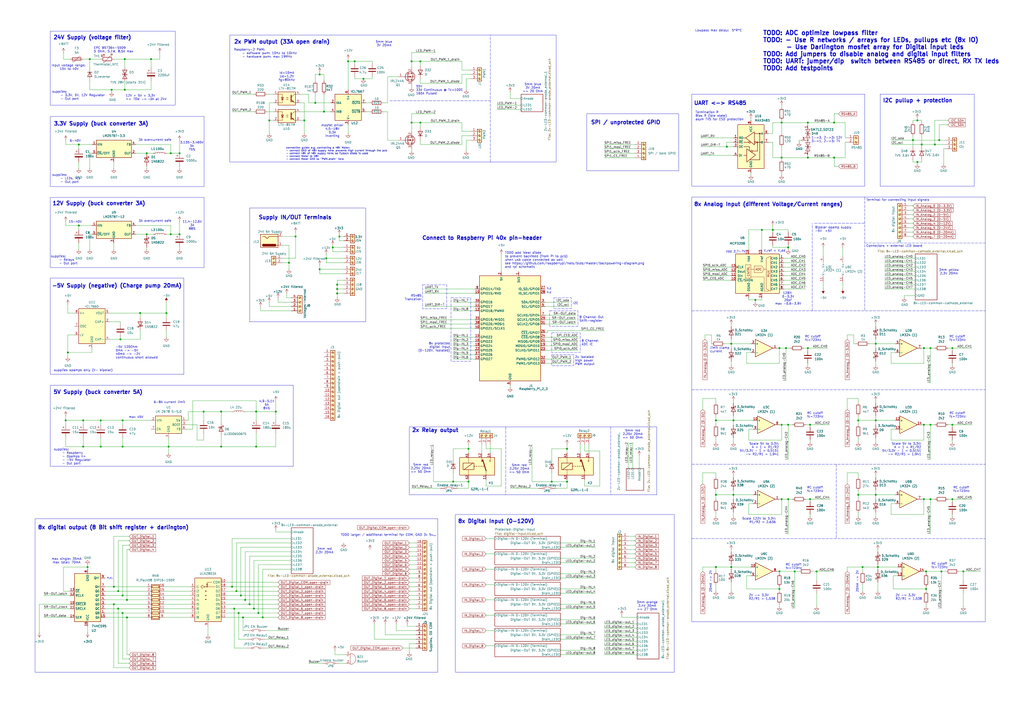
<source format=kicad_sch>
(kicad_sch
	(version 20231120)
	(generator "eeschema")
	(generator_version "8.0")
	(uuid "af4d11a6-73e1-4c39-a25e-5fe7dfa07237")
	(paper "A2")
	
	(junction
		(at 139.7 345.44)
		(diameter 0)
		(color 0 0 0 0)
		(uuid "01a8e618-7e14-4882-9136-a12536116a47")
	)
	(junction
		(at 48.26 259.08)
		(diameter 0)
		(color 0 0 0 0)
		(uuid "04e54955-95ed-4070-adbb-7cee1b2c7a8b")
	)
	(junction
		(at 135.89 353.06)
		(diameter 0)
		(color 0 0 0 0)
		(uuid "05eca1c0-0042-44d8-82a8-b1f48175c33d")
	)
	(junction
		(at 483.87 91.44)
		(diameter 0)
		(color 0 0 0 0)
		(uuid "06f335d7-63de-4572-a20a-022b6c7f93c9")
	)
	(junction
		(at 542.29 83.82)
		(diameter 0)
		(color 0 0 0 0)
		(uuid "072c8fc6-89d0-4715-8ea4-dd9134761f17")
	)
	(junction
		(at 529.59 81.28)
		(diameter 0)
		(color 0 0 0 0)
		(uuid "07823899-5798-4592-8eff-8b1fe5858f30")
	)
	(junction
		(at 210.82 45.72)
		(diameter 0)
		(color 0 0 0 0)
		(uuid "0c7b1ae2-c684-4906-92c2-8dfa0b9613b9")
	)
	(junction
		(at 182.88 59.69)
		(diameter 0)
		(color 0 0 0 0)
		(uuid "0eedc99b-ff42-4961-8286-6066dee5c8fe")
	)
	(junction
		(at 455.93 201.93)
		(diameter 0)
		(color 0 0 0 0)
		(uuid "0fefb793-9883-40a2-bd83-f35b47e8dbdb")
	)
	(junction
		(at 66.04 340.36)
		(diameter 0)
		(color 0 0 0 0)
		(uuid "10026633-9ac7-4b72-aa53-10151f42da81")
	)
	(junction
		(at 71.12 243.84)
		(diameter 0)
		(color 0 0 0 0)
		(uuid "105d8991-ac05-4276-b194-5060bc474cf0")
	)
	(junction
		(at 424.18 328.93)
		(diameter 0)
		(color 0 0 0 0)
		(uuid "11161079-c1a9-4ebe-8de9-fa873f6e9640")
	)
	(junction
		(at 176.53 69.85)
		(diameter 0)
		(color 0 0 0 0)
		(uuid "11580b8b-6675-41d3-b33d-e1ed958eda93")
	)
	(junction
		(at 152.4 358.14)
		(diameter 0)
		(color 0 0 0 0)
		(uuid "119c3b35-4b9f-4318-9220-02559deba15e")
	)
	(junction
		(at 185.42 43.18)
		(diameter 0)
		(color 0 0 0 0)
		(uuid "14ee932b-b4bf-415b-ab21-01e0b930417b")
	)
	(junction
		(at 39.37 204.47)
		(diameter 0)
		(color 0 0 0 0)
		(uuid "16107448-b037-4021-a9bb-1fb19d6f36c7")
	)
	(junction
		(at 468.63 71.12)
		(diameter 0)
		(color 0 0 0 0)
		(uuid "1827b75e-5515-4844-a399-117e6918fd73")
	)
	(junction
		(at 532.13 93.98)
		(diameter 0)
		(color 0 0 0 0)
		(uuid "1c476741-4a7f-44e7-a84a-5b0fc50d1df8")
	)
	(junction
		(at 72.39 52.07)
		(diameter 0)
		(color 0 0 0 0)
		(uuid "1ca1e8b3-a925-433d-8b97-4bcdb1b98a40")
	)
	(junction
		(at 457.2 246.38)
		(diameter 0)
		(color 0 0 0 0)
		(uuid "209182a8-b4b9-40cd-b5b2-bd90b860e927")
	)
	(junction
		(at 461.01 331.47)
		(diameter 0)
		(color 0 0 0 0)
		(uuid "2108f88e-bd30-4e37-bd43-f81a6b0a951c")
	)
	(junction
		(at 271.78 260.35)
		(diameter 0)
		(color 0 0 0 0)
		(uuid "213f96fc-26d9-4cf1-83bd-f4336ef00b81")
	)
	(junction
		(at 320.04 279.4)
		(diameter 0)
		(color 0 0 0 0)
		(uuid "236f3f4e-76e9-4351-baf1-7665cdb427aa")
	)
	(junction
		(at 144.78 350.52)
		(diameter 0)
		(color 0 0 0 0)
		(uuid "24719f92-8210-4aa7-b4fb-885fcf560860")
	)
	(junction
		(at 128.27 238.76)
		(diameter 0)
		(color 0 0 0 0)
		(uuid "28045595-b22a-4b06-9953-9f52298bbfc3")
	)
	(junction
		(at 425.45 287.02)
		(diameter 0)
		(color 0 0 0 0)
		(uuid "28934ae1-6d54-433a-8602-d8951919fe72")
	)
	(junction
		(at 238.76 35.56)
		(diameter 0)
		(color 0 0 0 0)
		(uuid "2a544a35-89e9-4403-a76e-deca404b0df4")
	)
	(junction
		(at 453.39 71.12)
		(diameter 0)
		(color 0 0 0 0)
		(uuid "2d47b40e-d23f-458b-8bda-f40f4a63d16c")
	)
	(junction
		(at 415.29 287.02)
		(diameter 0)
		(color 0 0 0 0)
		(uuid "2f3e2706-66a2-4ddc-84d7-d0f87e408bee")
	)
	(junction
		(at 52.07 34.29)
		(diameter 0)
		(color 0 0 0 0)
		(uuid "323916cf-5786-4346-bdcd-89c81cb32737")
	)
	(junction
		(at 171.45 137.16)
		(diameter 0)
		(color 0 0 0 0)
		(uuid "36c7ffc8-59d3-497b-8dce-a7b0d2f66aca")
	)
	(junction
		(at 185.42 156.21)
		(diameter 0)
		(color 0 0 0 0)
		(uuid "36d68065-ce7c-4d04-bfc0-73baed985380")
	)
	(junction
		(at 48.26 243.84)
		(diameter 0)
		(color 0 0 0 0)
		(uuid "383ef42e-22d7-43b3-89d3-2af42737728c")
	)
	(junction
		(at 535.94 246.38)
		(diameter 0)
		(color 0 0 0 0)
		(uuid "3ae78f7f-94a6-4485-a6b5-d7ce73e1abef")
	)
	(junction
		(at 50.8 328.93)
		(diameter 0)
		(color 0 0 0 0)
		(uuid "3c754c5e-b249-46c4-9d05-9f550316aca5")
	)
	(junction
		(at 415.29 328.93)
		(diameter 0)
		(color 0 0 0 0)
		(uuid "3e62f561-0d72-4e6a-934a-49655edcba7a")
	)
	(junction
		(at 196.85 137.16)
		(diameter 0)
		(color 0 0 0 0)
		(uuid "4165b357-897a-49f2-9ef7-d976d8e6b00f")
	)
	(junction
		(at 58.42 243.84)
		(diameter 0)
		(color 0 0 0 0)
		(uuid "422bc740-9691-4697-b466-286d91cb40aa")
	)
	(junction
		(at 448.31 133.35)
		(diameter 0)
		(color 0 0 0 0)
		(uuid "42f8f2a2-d4f1-4f85-a7f3-af76fd15f334")
	)
	(junction
		(at 81.28 181.61)
		(diameter 0)
		(color 0 0 0 0)
		(uuid "49b65474-3c4a-461b-8a68-40a6b20540ce")
	)
	(junction
		(at 535.94 201.93)
		(diameter 0)
		(color 0 0 0 0)
		(uuid "4c28afa4-cb18-4457-bfd3-5c53dabd8baa")
	)
	(junction
		(at 66.04 350.52)
		(diameter 0)
		(color 0 0 0 0)
		(uuid "4dd49bce-72c0-4885-aaa1-4fc2ceee5ed9")
	)
	(junction
		(at 438.15 173.99)
		(diameter 0)
		(color 0 0 0 0)
		(uuid "4e57230f-aabe-47d0-b863-f2adc3d1ffe4")
	)
	(junction
		(at 537.21 331.47)
		(diameter 0)
		(color 0 0 0 0)
		(uuid "51a2075d-152f-4706-892e-e33346bc5c7c")
	)
	(junction
		(at 469.9 289.56)
		(diameter 0)
		(color 0 0 0 0)
		(uuid "5350fbf4-d95b-437a-9686-20f0bf58d3a4")
	)
	(junction
		(at 534.67 83.82)
		(diameter 0)
		(color 0 0 0 0)
		(uuid "53d66afe-70cb-456e-9b1b-03e37a30427c")
	)
	(junction
		(at 535.94 289.56)
		(diameter 0)
		(color 0 0 0 0)
		(uuid "5453c15f-3da7-498f-b4d4-eefd4a32800e")
	)
	(junction
		(at 71.12 259.08)
		(diameter 0)
		(color 0 0 0 0)
		(uuid "548e2dfb-04f2-4d21-ab49-d803782e4bea")
	)
	(junction
		(at 497.84 243.84)
		(diameter 0)
		(color 0 0 0 0)
		(uuid "57a339c8-b411-45ff-a169-a3416d23d890")
	)
	(junction
		(at 328.93 279.4)
		(diameter 0)
		(color 0 0 0 0)
		(uuid "58641e9a-dfea-4a17-a599-d3f20704b922")
	)
	(junction
		(at 104.14 135.89)
		(diameter 0)
		(color 0 0 0 0)
		(uuid "5b0eb3d4-c4be-4d9b-9e7b-ef02c7a05fa6")
	)
	(junction
		(at 552.45 246.38)
		(diameter 0)
		(color 0 0 0 0)
		(uuid "5fd46808-879e-44b8-af18-96d3e87ab16f")
	)
	(junction
		(at 104.14 88.9)
		(diameter 0)
		(color 0 0 0 0)
		(uuid "6030d6cb-547f-4627-bb7a-29b5d50e2d7c")
	)
	(junction
		(at 532.13 69.85)
		(diameter 0)
		(color 0 0 0 0)
		(uuid "60649139-4bdd-472e-9af5-360b27505cfe")
	)
	(junction
		(at 45.72 83.82)
		(diameter 0)
		(color 0 0 0 0)
		(uuid "61300700-7a6f-4cf0-89e3-de24251aaf76")
	)
	(junction
		(at 500.38 328.93)
		(diameter 0)
		(color 0 0 0 0)
		(uuid "628c5c50-25e2-4f91-8c48-b88818b7ae22")
	)
	(junction
		(at 508 243.84)
		(diameter 0)
		(color 0 0 0 0)
		(uuid "681b0c0c-503e-42b4-b413-9d8b61948eb7")
	)
	(junction
		(at 189.23 149.86)
		(diameter 0)
		(color 0 0 0 0)
		(uuid "6cf7d574-f4cc-4d2d-aaa4-333b42743989")
	)
	(junction
		(at 201.93 35.56)
		(diameter 0)
		(color 0 0 0 0)
		(uuid "6f8dae14-e5bb-4ed3-8136-992dd6b276bb")
	)
	(junction
		(at 441.96 133.35)
		(diameter 0)
		(color 0 0 0 0)
		(uuid "71c80c36-cea0-487c-bcb3-ac90e6cf6909")
	)
	(junction
		(at 99.06 135.89)
		(diameter 0)
		(color 0 0 0 0)
		(uuid "72aa6fa5-05f9-4fb4-9b06-f61f0b76719e")
	)
	(junction
		(at 497.84 287.02)
		(diameter 0)
		(color 0 0 0 0)
		(uuid "72cd6455-fb65-4b52-8421-80100f0ddc8f")
	)
	(junction
		(at 68.58 342.9)
		(diameter 0)
		(color 0 0 0 0)
		(uuid "751fb691-f4d4-4afb-8c99-237d44216e6a")
	)
	(junction
		(at 142.24 347.98)
		(diameter 0)
		(color 0 0 0 0)
		(uuid "75331210-328d-4b01-a051-ab734c1e4329")
	)
	(junction
		(at 160.02 238.76)
		(diameter 0)
		(color 0 0 0 0)
		(uuid "75c001cd-17a9-469a-b125-e6fab77c80b6")
	)
	(junction
		(at 457.2 143.51)
		(diameter 0)
		(color 0 0 0 0)
		(uuid "7b6a19d9-d84c-4ace-9ad2-e52657e5669a")
	)
	(junction
		(at 96.52 181.61)
		(diameter 0)
		(color 0 0 0 0)
		(uuid "7e3134f9-4b48-4e64-b337-949ca5145048")
	)
	(junction
		(at 167.64 152.4)
		(diameter 0)
		(color 0 0 0 0)
		(uuid "7e34b571-ccc5-431c-9beb-4c51058dace2")
	)
	(junction
		(at 452.12 331.47)
		(diameter 0)
		(color 0 0 0 0)
		(uuid "7eee6ae0-e862-4cf5-a20a-077da3b5824a")
	)
	(junction
		(at 552.45 201.93)
		(diameter 0)
		(color 0 0 0 0)
		(uuid "85be4b5b-1dd3-4429-a51f-714f415e4cb3")
	)
	(junction
		(at 58.42 259.08)
		(diameter 0)
		(color 0 0 0 0)
		(uuid "8858408f-f194-4c4f-bd3d-5f79bdeb0f2d")
	)
	(junction
		(at 195.58 165.1)
		(diameter 0)
		(color 0 0 0 0)
		(uuid "88c2711e-5b03-40e9-b711-09a368eecd39")
	)
	(junction
		(at 148.59 259.08)
		(diameter 0)
		(color 0 0 0 0)
		(uuid "89ab178e-a455-4ee1-9c37-6616d82dbbfd")
	)
	(junction
		(at 99.06 88.9)
		(diameter 0)
		(color 0 0 0 0)
		(uuid "8a14436b-3658-4869-9928-b6970ddfd0dd")
	)
	(junction
		(at 425.45 243.84)
		(diameter 0)
		(color 0 0 0 0)
		(uuid "8c0d1323-aeaa-4fdf-940b-e96e8f624588")
	)
	(junction
		(at 508 287.02)
		(diameter 0)
		(color 0 0 0 0)
		(uuid "8c384515-970b-4a9b-9d25-34f7c7cf5a31")
	)
	(junction
		(at 205.74 35.56)
		(diameter 0)
		(color 0 0 0 0)
		(uuid "900094c6-ad82-42ce-b9e4-bbff1fbd4f7d")
	)
	(junction
		(at 45.72 130.81)
		(diameter 0)
		(color 0 0 0 0)
		(uuid "9ce26f46-c13d-457f-b7ea-3cb9a3964209")
	)
	(junction
		(at 87.63 34.29)
		(diameter 0)
		(color 0 0 0 0)
		(uuid "9e5cf790-7802-46af-ab1e-37a6016aa652")
	)
	(junction
		(at 537.21 341.63)
		(diameter 0)
		(color 0 0 0 0)
		(uuid "9f9cd4a1-53b7-4b90-939d-1f42f0144daf")
	)
	(junction
		(at 71.12 345.44)
		(diameter 0)
		(color 0 0 0 0)
		(uuid "a02a0c35-7237-4690-930d-ae7d81a03d46")
	)
	(junction
		(at 148.59 238.76)
		(diameter 0)
		(color 0 0 0 0)
		(uuid "a1035066-f2bd-42c1-b35e-660253af95e6")
	)
	(junction
		(at 156.21 69.85)
		(diameter 0)
		(color 0 0 0 0)
		(uuid "a156600e-b17b-40ee-9338-2875dd6af119")
	)
	(junction
		(at 38.1 243.84)
		(diameter 0)
		(color 0 0 0 0)
		(uuid "a1588343-c251-454b-b53e-fff8eaaaa3ac")
	)
	(junction
		(at 421.64 85.09)
		(diameter 0)
		(color 0 0 0 0)
		(uuid "a3b0547d-f7ce-442b-817a-271db96a0661")
	)
	(junction
		(at 457.2 289.56)
		(diameter 0)
		(color 0 0 0 0)
		(uuid "a647ae42-673a-4b30-ba91-f5c0de2d1fb1")
	)
	(junction
		(at 415.29 243.84)
		(diameter 0)
		(color 0 0 0 0)
		(uuid "a8916f2a-3760-4408-a711-e8008e50a42d")
	)
	(junction
		(at 552.45 289.56)
		(diameter 0)
		(color 0 0 0 0)
		(uuid "a8b20a5e-2fbe-4704-8e22-2faf27846df8")
	)
	(junction
		(at 469.9 246.38)
		(diameter 0)
		(color 0 0 0 0)
		(uuid "aad29792-d123-4844-9da8-1df2be24a9d5")
	)
	(junction
		(at 509.27 328.93)
		(diameter 0)
		(color 0 0 0 0)
		(uuid "ab657e53-e46e-4daf-86ec-72046f57a401")
	)
	(junction
		(at 262.89 279.4)
		(diameter 0)
		(color 0 0 0 0)
		(uuid "ac1970be-fc9a-493a-b832-4f526b5d8a6f")
	)
	(junction
		(at 544.83 81.28)
		(diameter 0)
		(color 0 0 0 0)
		(uuid "ac4ac232-9a0f-4efe-bd40-aa7c1fcbaeed")
	)
	(junction
		(at 64.77 52.07)
		(diameter 0)
		(color 0 0 0 0)
		(uuid "aec62089-2d46-4a73-8fe2-9440797f680d")
	)
	(junction
		(at 193.04 143.51)
		(diameter 0)
		(color 0 0 0 0)
		(uuid "afe0a47e-780f-4d3f-922b-cf183727c03c")
	)
	(junction
		(at 140.97 358.14)
		(diameter 0)
		(color 0 0 0 0)
		(uuid "b03b65c9-d63a-4b4e-b4bc-bfd5bb85047b")
	)
	(junction
		(at 128.27 259.08)
		(diameter 0)
		(color 0 0 0 0)
		(uuid "b129a554-6918-436f-b908-937c28939470")
	)
	(junction
		(at 137.16 342.9)
		(diameter 0)
		(color 0 0 0 0)
		(uuid "b2e04b3a-0203-4e9b-b5fb-44711c9651f5")
	)
	(junction
		(at 195.58 167.64)
		(diameter 0)
		(color 0 0 0 0)
		(uuid "b2e8f750-2b92-45ce-8a68-634998755450")
	)
	(junction
		(at 85.09 135.89)
		(diameter 0)
		(color 0 0 0 0)
		(uuid "b75be159-2e10-4f46-b206-2354b78b9157")
	)
	(junction
		(at 483.87 71.12)
		(diameter 0)
		(color 0 0 0 0)
		(uuid "b75f83a7-ff43-422c-8aef-b23c65dc9f58")
	)
	(junction
		(at 452.12 341.63)
		(diameter 0)
		(color 0 0 0 0)
		(uuid "bc0e8895-a168-4b32-a3ae-032222041331")
	)
	(junction
		(at 85.09 88.9)
		(diameter 0)
		(color 0 0 0 0)
		(uuid "bcb07714-ac5e-4281-b3c3-552386782e56")
	)
	(junction
		(at 328.93 260.35)
		(diameter 0)
		(color 0 0 0 0)
		(uuid "c25e2208-2d4a-4a5d-b1b6-520bc7405c20")
	)
	(junction
		(at 71.12 355.6)
		(diameter 0)
		(color 0 0 0 0)
		(uuid "c2a7d60c-8406-4629-9f9f-20facc991908")
	)
	(junction
		(at 238.76 71.12)
		(diameter 0)
		(color 0 0 0 0)
		(uuid "c583ebaa-dbb1-42bf-9503-cd46d9d9c934")
	)
	(junction
		(at 424.18 199.39)
		(diameter 0)
		(color 0 0 0 0)
		(uuid "c5e0eb5b-7c3b-45d6-94c4-c8f1aeb4edda")
	)
	(junction
		(at 558.8 331.47)
		(diameter 0)
		(color 0 0 0 0)
		(uuid "c6fd9455-a40f-495c-b522-dad68ccccb40")
	)
	(junction
		(at 68.58 353.06)
		(diameter 0)
		(color 0 0 0 0)
		(uuid "c7252f51-5593-44ea-9ef0-15644cb2b836")
	)
	(junction
		(at 468.63 201.93)
		(diameter 0)
		(color 0 0 0 0)
		(uuid "c9a1a788-271b-4313-91ac-1eb41a1be2d1")
	)
	(junction
		(at 73.66 347.98)
		(diameter 0)
		(color 0 0 0 0)
		(uuid "ca97fd06-a20b-4255-9402-c6f0775648c9")
	)
	(junction
		(at 539.75 289.56)
		(diameter 0)
		(color 0 0 0 0)
		(uuid "cce9ddbf-6d0b-4bc9-aa3e-08b573ecddaa")
	)
	(junction
		(at 149.86 355.6)
		(diameter 0)
		(color 0 0 0 0)
		(uuid "cdb7cae5-fc07-4bbc-8ee6-837fb3913bf1")
	)
	(junction
		(at 539.75 246.38)
		(diameter 0)
		(color 0 0 0 0)
		(uuid "cef5d492-924d-4b16-915e-16292a4ec979")
	)
	(junction
		(at 546.1 331.47)
		(diameter 0)
		(color 0 0 0 0)
		(uuid "d3002e4b-d3e1-40cc-9b8a-5d2c7334c6dd")
	)
	(junction
		(at 539.75 201.93)
		(diameter 0)
		(color 0 0 0 0)
		(uuid "d5958f52-db39-4d96-9f5c-46cc0e0a9c13")
	)
	(junction
		(at 468.63 91.44)
		(diameter 0)
		(color 0 0 0 0)
		(uuid "d5f0980c-b894-41c8-ad9a-99d84da95533")
	)
	(junction
		(at 243.84 71.12)
		(diameter 0)
		(color 0 0 0 0)
		(uuid "d7f6abff-a394-48b0-8295-d13e407a04cb")
	)
	(junction
		(at 72.39 34.29)
		(diameter 0)
		(color 0 0 0 0)
		(uuid "d8f092e7-91d1-49cd-8b38-bfbac74525e6")
	)
	(junction
		(at 473.71 331.47)
		(diameter 0)
		(color 0 0 0 0)
		(uuid "dd672ca4-9aed-4510-a18a-eaf4c4b1b5b2")
	)
	(junction
		(at 508 199.39)
		(diameter 0)
		(color 0 0 0 0)
		(uuid "dd99b0be-8d82-412c-a9e5-745f68c0f208")
	)
	(junction
		(at 453.39 246.38)
		(diameter 0)
		(color 0 0 0 0)
		(uuid "e06e2f01-d838-48f6-8efa-7e05b926ca29")
	)
	(junction
		(at 271.78 279.4)
		(diameter 0)
		(color 0 0 0 0)
		(uuid "e0fcc60c-adef-4503-b67d-31eec596d694")
	)
	(junction
		(at 147.32 353.06)
		(diameter 0)
		(color 0 0 0 0)
		(uuid "e3108376-7dad-4cc8-8861-63d384004879")
	)
	(junction
		(at 187.96 64.77)
		(diameter 0)
		(color 0 0 0 0)
		(uuid "e5b099e1-f557-4448-b3d0-b283fc211558")
	)
	(junction
		(at 134.62 340.36)
		(diameter 0)
		(color 0 0 0 0)
		(uuid "e5bd5461-5bb2-4b08-87c8-6e463ef8db0a")
	)
	(junction
		(at 118.11 238.76)
		(diameter 0)
		(color 0 0 0 0)
		(uuid "e70a65f8-f7a2-47ed-978c-48ab0ab55eb7")
	)
	(junction
		(at 243.84 35.56)
		(diameter 0)
		(color 0 0 0 0)
		(uuid "e8615103-e90c-4f75-b440-b8fad443ff1e")
	)
	(junction
		(at 69.85 196.85)
		(diameter 0)
		(color 0 0 0 0)
		(uuid "eac55c9c-6217-4313-8428-a310d44dd53f")
	)
	(junction
		(at 453.39 91.44)
		(diameter 0)
		(color 0 0 0 0)
		(uuid "ed02a82a-9a4c-446b-b18a-c2e77fed11fa")
	)
	(junction
		(at 453.39 289.56)
		(diameter 0)
		(color 0 0 0 0)
		(uuid "ef6c709f-f6a8-4332-b336-2fc745163133")
	)
	(junction
		(at 97.79 259.08)
		(diameter 0)
		(color 0 0 0 0)
		(uuid "f74be3ca-6702-47ef-b237-4f888ce46f38")
	)
	(junction
		(at 195.58 170.18)
		(diameter 0)
		(color 0 0 0 0)
		(uuid "f7f75933-16ea-47d7-b287-2e617fa65d71")
	)
	(junction
		(at 138.43 355.6)
		(diameter 0)
		(color 0 0 0 0)
		(uuid "fae7fc45-5150-4de6-9de8-a36ec31aa312")
	)
	(junction
		(at 452.12 201.93)
		(diameter 0)
		(color 0 0 0 0)
		(uuid "fbce1fdb-db5b-4f19-bbb5-0a9c27bcbc89")
	)
	(junction
		(at 73.66 358.14)
		(diameter 0)
		(color 0 0 0 0)
		(uuid "fcfc1728-3653-4623-b7b5-a4e4cd6811ba")
	)
	(wire
		(pts
			(xy 457.2 142.24) (xy 457.2 143.51)
		)
		(stroke
			(width 0)
			(type default)
		)
		(uuid "0054231e-6c1c-4b62-a261-da803b448710")
	)
	(wire
		(pts
			(xy 199.39 152.4) (xy 189.23 152.4)
		)
		(stroke
			(width 0)
			(type default)
		)
		(uuid "00545783-b683-4c25-a5a8-313c6c100a89")
	)
	(wire
		(pts
			(xy 350.52 364.49) (xy 369.57 364.49)
		)
		(stroke
			(width 0)
			(type default)
		)
		(uuid "0059a5bd-5d4e-41f1-b8bf-105e91bea211")
	)
	(wire
		(pts
			(xy 237.49 327.66) (xy 241.3 327.66)
		)
		(stroke
			(width 0)
			(type default)
		)
		(uuid "00818073-0ff6-4df9-84ad-d009831f149e")
	)
	(wire
		(pts
			(xy 173.99 64.77) (xy 187.96 64.77)
		)
		(stroke
			(width 0)
			(type default)
		)
		(uuid "00912cef-7458-4250-9601-851325c17234")
	)
	(wire
		(pts
			(xy 173.99 54.61) (xy 179.07 54.61)
		)
		(stroke
			(width 0)
			(type default)
		)
		(uuid "00e44004-c513-4de5-a722-c1ec9c261caa")
	)
	(wire
		(pts
			(xy 415.29 339.09) (xy 415.29 342.9)
		)
		(stroke
			(width 0)
			(type default)
		)
		(uuid "00ef2f56-37bd-4ed0-aeb9-aa019bd24e2f")
	)
	(wire
		(pts
			(xy 138.43 370.84) (xy 138.43 355.6)
		)
		(stroke
			(width 0)
			(type default)
		)
		(uuid "00fdba94-28e0-4b7e-a3f6-8468a273182f")
	)
	(wire
		(pts
			(xy 469.9 246.38) (xy 469.9 247.65)
		)
		(stroke
			(width 0)
			(type default)
		)
		(uuid "01a5f7f5-381b-4726-8886-b420b25ccedd")
	)
	(wire
		(pts
			(xy 130.81 353.06) (xy 135.89 353.06)
		)
		(stroke
			(width 0)
			(type default)
		)
		(uuid "01f70877-5d35-4473-8154-b32633fb4439")
	)
	(wire
		(pts
			(xy 201.93 35.56) (xy 205.74 35.56)
		)
		(stroke
			(width 0)
			(type default)
		)
		(uuid "02432959-10b0-4f2a-af2d-7311d5fec00d")
	)
	(wire
		(pts
			(xy 345.44 317.5) (xy 325.12 317.5)
		)
		(stroke
			(width 0)
			(type default)
		)
		(uuid "025ad35c-64b0-47a8-a900-f118fd03ec35")
	)
	(wire
		(pts
			(xy 524.51 171.45) (xy 530.86 171.45)
		)
		(stroke
			(width 0)
			(type default)
		)
		(uuid "02ca2bcb-dc3d-41b8-b3bb-d6980a38a62d")
	)
	(wire
		(pts
			(xy 50.8 330.2) (xy 50.8 328.93)
		)
		(stroke
			(width 0)
			(type default)
		)
		(uuid "02caf3da-4dfe-464a-bed0-55c975aa32ca")
	)
	(wire
		(pts
			(xy 262.89 195.58) (xy 275.59 195.58)
		)
		(stroke
			(width 0)
			(type default)
		)
		(uuid "02f927d2-46f0-4067-bb2c-7b5ed625f8eb")
	)
	(wire
		(pts
			(xy 163.83 149.86) (xy 171.45 149.86)
		)
		(stroke
			(width 0)
			(type default)
		)
		(uuid "02fbffc1-1a80-4729-b02b-5df049ccd742")
	)
	(wire
		(pts
			(xy 267.97 76.2) (xy 267.97 71.12)
		)
		(stroke
			(width 0)
			(type default)
		)
		(uuid "030da04f-bb6a-49d5-a07a-b1ac13ef0d2c")
	)
	(wire
		(pts
			(xy 453.39 246.38) (xy 457.2 246.38)
		)
		(stroke
			(width 0)
			(type default)
		)
		(uuid "04304b2e-0c68-4a14-bbe0-0e23cac30e94")
	)
	(wire
		(pts
			(xy 288.29 63.5) (xy 302.26 63.5)
		)
		(stroke
			(width 0)
			(type default)
		)
		(uuid "0441f777-da59-4d51-9ce1-7f52d2030a3b")
	)
	(wire
		(pts
			(xy 529.59 71.12) (xy 529.59 69.85)
		)
		(stroke
			(width 0)
			(type default)
		)
		(uuid "0445f1c5-cbd7-41f2-81d5-6122602375c6")
	)
	(polyline
		(pts
			(xy 226.06 58.42) (xy 284.48 58.42)
		)
		(stroke
			(width 0)
			(type dash)
		)
		(uuid "0562829c-78ed-418e-bf83-3ad41711062d")
	)
	(wire
		(pts
			(xy 128.27 252.73) (xy 128.27 259.08)
		)
		(stroke
			(width 0)
			(type default)
		)
		(uuid "056eeaf6-cef0-4a15-9aa0-a138145aa6e3")
	)
	(wire
		(pts
			(xy 290.83 260.35) (xy 290.83 281.94)
		)
		(stroke
			(width 0)
			(type default)
		)
		(uuid "05769be8-6486-49a6-96aa-282d535c7d39")
	)
	(wire
		(pts
			(xy 434.34 144.78) (xy 434.34 133.35)
		)
		(stroke
			(width 0)
			(type default)
		)
		(uuid "05c7cccb-cca5-4623-97c8-040d9b4df307")
	)
	(wire
		(pts
			(xy 66.04 340.36) (xy 85.09 340.36)
		)
		(stroke
			(width 0)
			(type default)
		)
		(uuid "060a1e46-185f-46d5-bb25-4b502bfab042")
	)
	(wire
		(pts
			(xy 45.72 83.82) (xy 53.34 83.82)
		)
		(stroke
			(width 0)
			(type default)
		)
		(uuid "062e080a-8aeb-47cc-970e-09456cd360cd")
	)
	(wire
		(pts
			(xy 454.66 149.86) (xy 467.36 149.86)
		)
		(stroke
			(width 0)
			(type default)
		)
		(uuid "068083fa-fce7-43b5-8463-4f98840e7a26")
	)
	(wire
		(pts
			(xy 290.83 281.94) (xy 281.94 281.94)
		)
		(stroke
			(width 0)
			(type default)
		)
		(uuid "06a1b25e-5913-4cbd-a6dc-df54f02c3062")
	)
	(wire
		(pts
			(xy 316.23 182.88) (xy 334.01 182.88)
		)
		(stroke
			(width 0)
			(type default)
		)
		(uuid "06d6f191-9971-474b-b097-e0a1a133101e")
	)
	(wire
		(pts
			(xy 74.93 313.69) (xy 68.58 313.69)
		)
		(stroke
			(width 0)
			(type default)
		)
		(uuid "0768423a-ac1c-4f99-9532-7ef87789f549")
	)
	(wire
		(pts
			(xy 81.28 191.77) (xy 81.28 196.85)
		)
		(stroke
			(width 0)
			(type default)
		)
		(uuid "07802d6c-0405-4611-8498-2921642973c9")
	)
	(wire
		(pts
			(xy 95.25 342.9) (xy 110.49 342.9)
		)
		(stroke
			(width 0)
			(type default)
		)
		(uuid "07df2798-ce49-4d2e-88d1-304e7370129e")
	)
	(wire
		(pts
			(xy 457.2 289.56) (xy 459.74 289.56)
		)
		(stroke
			(width 0)
			(type default)
		)
		(uuid "08d4afc6-7a52-4c48-90ea-de03339f3fec")
	)
	(wire
		(pts
			(xy 434.34 292.1) (xy 434.34 298.45)
		)
		(stroke
			(width 0)
			(type default)
		)
		(uuid "08da2754-5954-4cc6-88b7-c43418808a5f")
	)
	(wire
		(pts
			(xy 237.49 335.28) (xy 241.3 335.28)
		)
		(stroke
			(width 0)
			(type default)
		)
		(uuid "09105bff-0442-453e-b260-c98527da345d")
	)
	(wire
		(pts
			(xy 69.85 196.85) (xy 63.5 196.85)
		)
		(stroke
			(width 0)
			(type default)
		)
		(uuid "09231105-ced3-4313-bf61-0ff5f84aa1d1")
	)
	(wire
		(pts
			(xy 454.66 152.4) (xy 467.36 152.4)
		)
		(stroke
			(width 0)
			(type default)
		)
		(uuid "0932f8bf-1781-41f0-8075-3b7e84ddb5c7")
	)
	(polyline
		(pts
			(xy 401.32 312.42) (xy 571.5 312.42)
		)
		(stroke
			(width 0)
			(type dash)
		)
		(uuid "094d5652-c661-4611-aef7-df74f3da51b8")
	)
	(wire
		(pts
			(xy 52.07 97.79) (xy 52.07 88.9)
		)
		(stroke
			(width 0)
			(type default)
		)
		(uuid "096d85b4-5d51-44af-82ba-979fa750f17a")
	)
	(wire
		(pts
			(xy 176.53 69.85) (xy 176.53 59.69)
		)
		(stroke
			(width 0)
			(type default)
		)
		(uuid "09c9e21f-8206-47ae-a9c8-c044bfbcae4a")
	)
	(wire
		(pts
			(xy 497.84 284.48) (xy 497.84 287.02)
		)
		(stroke
			(width 0)
			(type default)
		)
		(uuid "09d9a41a-af3c-4a91-ad4d-2c3b79cf9ec7")
	)
	(wire
		(pts
			(xy 50.8 367.03) (xy 50.8 363.22)
		)
		(stroke
			(width 0)
			(type default)
		)
		(uuid "0a051774-4cbb-4b66-bf37-8910fac947bb")
	)
	(wire
		(pts
			(xy 81.28 181.61) (xy 96.52 181.61)
		)
		(stroke
			(width 0)
			(type default)
		)
		(uuid "0a9bbdf8-1908-4d8c-8217-07db364293b0")
	)
	(wire
		(pts
			(xy 60.96 358.14) (xy 73.66 358.14)
		)
		(stroke
			(width 0)
			(type default)
		)
		(uuid "0aa33d96-2e44-4442-b63d-f8ede3d506ac")
	)
	(wire
		(pts
			(xy 415.29 274.32) (xy 415.29 276.86)
		)
		(stroke
			(width 0)
			(type default)
		)
		(uuid "0b798a4e-ae38-46ca-9967-253a2656e0f1")
	)
	(wire
		(pts
			(xy 68.58 384.81) (xy 68.58 353.06)
		)
		(stroke
			(width 0)
			(type default)
		)
		(uuid "0d64bcbd-9b4c-4f6e-98d3-beab5b2606b6")
	)
	(wire
		(pts
			(xy 497.84 243.84) (xy 497.84 246.38)
		)
		(stroke
			(width 0)
			(type default)
		)
		(uuid "0f4644b6-fa54-41ce-a769-bba1ac182829")
	)
	(wire
		(pts
			(xy 435.61 68.58) (xy 435.61 69.85)
		)
		(stroke
			(width 0)
			(type default)
		)
		(uuid "0fdad08b-4b60-4f92-976c-2a5e922013e0")
	)
	(wire
		(pts
			(xy 251.46 257.81) (xy 251.46 279.4)
		)
		(stroke
			(width 0)
			(type default)
		)
		(uuid "0fdb76a1-0d44-4ff6-a2d2-38a97251b0ec")
	)
	(wire
		(pts
			(xy 148.59 238.76) (xy 148.59 243.84)
		)
		(stroke
			(width 0)
			(type default)
		)
		(uuid "10545d38-a86d-4f4b-9d61-a90e5b83a28b")
	)
	(wire
		(pts
			(xy 491.49 274.32) (xy 497.84 274.32)
		)
		(stroke
			(width 0)
			(type default)
		)
		(uuid "10a6a44e-d783-4ce2-86b8-20bd8032d780")
	)
	(wire
		(pts
			(xy 262.89 203.2) (xy 275.59 203.2)
		)
		(stroke
			(width 0)
			(type default)
		)
		(uuid "10a757e5-89b9-4989-b591-35fa1e44e30a")
	)
	(wire
		(pts
			(xy 535.94 255.27) (xy 535.94 246.38)
		)
		(stroke
			(width 0)
			(type default)
		)
		(uuid "1103b789-e8a0-437b-b861-57f3bb0fe1fd")
	)
	(wire
		(pts
			(xy 148.59 238.76) (xy 160.02 238.76)
		)
		(stroke
			(width 0)
			(type default)
		)
		(uuid "11050421-263c-408e-9ff9-8d4704e38685")
	)
	(wire
		(pts
			(xy 508 209.55) (xy 508 212.09)
		)
		(stroke
			(width 0)
			(type default)
		)
		(uuid "110938bc-7e57-48c8-9cf6-d617786f4017")
	)
	(wire
		(pts
			(xy 316.23 185.42) (xy 334.01 185.42)
		)
		(stroke
			(width 0)
			(type default)
		)
		(uuid "119c66a0-9194-4112-8a35-c7ab420db9e3")
	)
	(wire
		(pts
			(xy 243.84 71.12) (xy 243.84 73.66)
		)
		(stroke
			(width 0)
			(type default)
		)
		(uuid "11c359c3-26fe-4117-8dcc-0f087608c0a4")
	)
	(wire
		(pts
			(xy 529.59 93.98) (xy 532.13 93.98)
		)
		(stroke
			(width 0)
			(type default)
		)
		(uuid "120cdc1a-687e-4eba-afd7-f1b2efe76e94")
	)
	(wire
		(pts
			(xy 368.3 326.39) (xy 364.49 326.39)
		)
		(stroke
			(width 0)
			(type default)
		)
		(uuid "1238accc-b1f4-495d-9555-1773ffdde48b")
	)
	(wire
		(pts
			(xy 407.67 231.14) (xy 415.29 231.14)
		)
		(stroke
			(width 0)
			(type default)
		)
		(uuid "1257bc49-635e-40d2-adbc-efdb0b93d729")
	)
	(wire
		(pts
			(xy 104.14 143.51) (xy 104.14 144.78)
		)
		(stroke
			(width 0)
			(type default)
		)
		(uuid "125a7d11-0e70-4fc2-ad30-a60c78e9f5a4")
	)
	(wire
		(pts
			(xy 199.39 156.21) (xy 185.42 156.21)
		)
		(stroke
			(width 0)
			(type default)
		)
		(uuid "1277afae-9962-4396-93da-5f8be530e087")
	)
	(wire
		(pts
			(xy 25.4 358.14) (xy 40.64 358.14)
		)
		(stroke
			(width 0)
			(type default)
		)
		(uuid "12a983d3-1186-4ca8-a60c-5c45001d78ec")
	)
	(wire
		(pts
			(xy 421.64 82.55) (xy 425.45 82.55)
		)
		(stroke
			(width 0)
			(type default)
		)
		(uuid "12d77e0a-5dcd-4dd0-8d7e-2bd92b3f4f23")
	)
	(wire
		(pts
			(xy 368.3 311.15) (xy 364.49 311.15)
		)
		(stroke
			(width 0)
			(type default)
		)
		(uuid "131e9cc7-fe99-45a7-b73f-6d1a85fbc334")
	)
	(wire
		(pts
			(xy 134.62 54.61) (xy 147.32 54.61)
		)
		(stroke
			(width 0)
			(type default)
		)
		(uuid "13498381-d22d-4321-8dae-bb4e3470f921")
	)
	(wire
		(pts
			(xy 534.67 93.98) (xy 534.67 92.71)
		)
		(stroke
			(width 0)
			(type default)
		)
		(uuid "135d3430-334d-4aef-a7e9-ae49e108ebcb")
	)
	(wire
		(pts
			(xy 160.02 251.46) (xy 160.02 259.08)
		)
		(stroke
			(width 0)
			(type default)
		)
		(uuid "137c88a4-e84c-4de9-8e08-42b4620e394d")
	)
	(wire
		(pts
			(xy 52.07 34.29) (xy 52.07 39.37)
		)
		(stroke
			(width 0)
			(type default)
		)
		(uuid "147be2c8-821e-4c84-a2e1-06b7f4973251")
	)
	(wire
		(pts
			(xy 448.31 143.51) (xy 457.2 143.51)
		)
		(stroke
			(width 0)
			(type default)
		)
		(uuid "14e2a1f5-5ec8-44d4-8c05-ee4cab2bd0fb")
	)
	(wire
		(pts
			(xy 527.05 132.08) (xy 529.59 132.08)
		)
		(stroke
			(width 0)
			(type default)
		)
		(uuid "14f8bc70-e152-47b8-b5b7-589734aa4ea8")
	)
	(wire
		(pts
			
... [528271 chars truncated]
</source>
